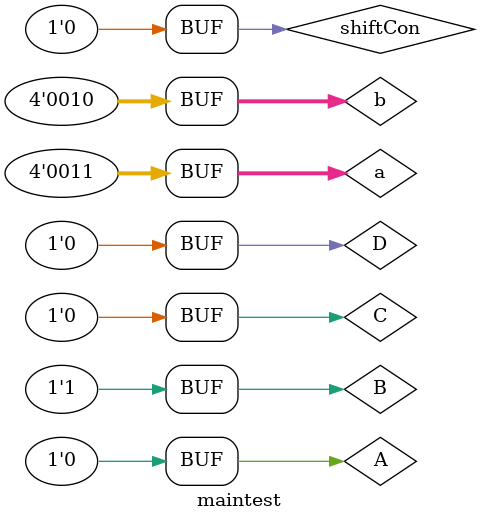
<source format=v>
`timescale 1ns / 1ps


module maintest;

	// Inputs
	reg A;
	reg B;
	reg C;
	reg D;
	reg [3:0] a;
	reg [3:0] b;
	reg shiftCon;

	// Outputs
	wire [15:0] E;
	wire [3:0] andOut;
	wire [3:0] norOut;
	wire [3:0] nandOut;
	wire [3:0] orOut;
	wire [3:0] xorOut;
	wire [3:0] AbarOut;
	wire [3:0] BbarOut;
	wire [3:0] adderOut;
	wire Cout;
	wire Bout;
	wire [3:0] subtractOut;
	wire compGOut;
	wire compEOut;
	wire compLOut;
	wire [7:0] multiOut;
	wire evenAOut;
	wire evenBOut;
	wire oddAOut;
	wire oddBOut;
	wire [3:0] decremOut;
	wire [3:0] incremOut;
	wire [3:0] xnorOut;
	wire [3:0] shiftOut;

	// Instantiate the Unit Under Test (UUT)
	mainalu uut (
		.A(A), 
		.B(B), 
		.C(C), 
		.D(D), 
		.a(a), 
		.b(b), 
		.E(E), 
		.andOut(andOut), 
		.norOut(norOut), 
		.nandOut(nandOut), 
		.orOut(orOut), 
		.xorOut(xorOut), 
		.AbarOut(AbarOut), 
		.BbarOut(BbarOut), 
		.adderOut(adderOut), 
		.Cout(Cout), 
		.Bout(Bout), 
		.subtractOut(subtractOut), 
		.compGOut(compGOut), 
		.compEOut(compEOut), 
		.compLOut(compLOut), 
		.multiOut(multiOut), 
		.evenAOut(evenAOut), 
		.evenBOut(evenBOut), 
		.oddAOut(oddAOut), 
		.oddBOut(oddBOut), 
		.decremOut(decremOut), 
		.incremOut(incremOut), 
		.xnorOut(xnorOut), 
		.shiftOut(shiftOut), 
		.shiftCon(shiftCon)
	);

	initial begin
		// Initialize Inputs
		A = 0;
		B = 0;
		C = 0;
		D = 0;
		
		a[0] = 1;
		a[1] = 1;
		a[2] = 0;
		a[3] = 0;
		
		b[0] = 0;
		b[1] = 1;
		b[2] = 0;
		b[3] = 0;
		shiftCon = 0; // 0 for right shift

		// Wait 100 ns for global reset to finish
		#100;
		
		A = 0;
		B = 0;
		C = 0;
		D = 1;
		
		a[0] = 1;
		a[1] = 1;
		a[2] = 0;
		a[3] = 0;
		
		b[0] = 0;
		b[1] = 1;
		b[2] = 0;
		b[3] = 0;
		shiftCon = 0; // 0 for right shift
        #100;
		  
		A = 0;
		B = 0;
		C = 1;
		D = 0;
		
		a[0] = 1;
		a[1] = 1;
		a[2] = 0;
		a[3] = 0;
		
		b[0] = 0;
		b[1] = 1;
		b[2] = 0;
		b[3] = 0;
		shiftCon = 0; // 0 for right shift
		// Add stimulus here
		#100;
		A = 0;
		B = 0;
		C = 1;
		D = 1;
		
		a[0] = 1;
		a[1] = 1;
		a[2] = 0;
		a[3] = 0;
		
		b[0] = 0;
		b[1] = 1;
		b[2] = 0;
		b[3] = 0;
		shiftCon = 0; // 0 for right shift
		// Add stimulus here
		#100;

		A = 0;
		B = 1;
		C = 0;
		D = 0;
		
		a[0] = 1;
		a[1] = 1;
		a[2] = 0;
		a[3] = 0;
		
		b[0] = 0;
		b[1] = 1;
		b[2] = 0;
		b[3] = 0;
		shiftCon = 0; // 0 for right shift
		// Add stimulus here
		#100;



	end
      
endmodule


</source>
